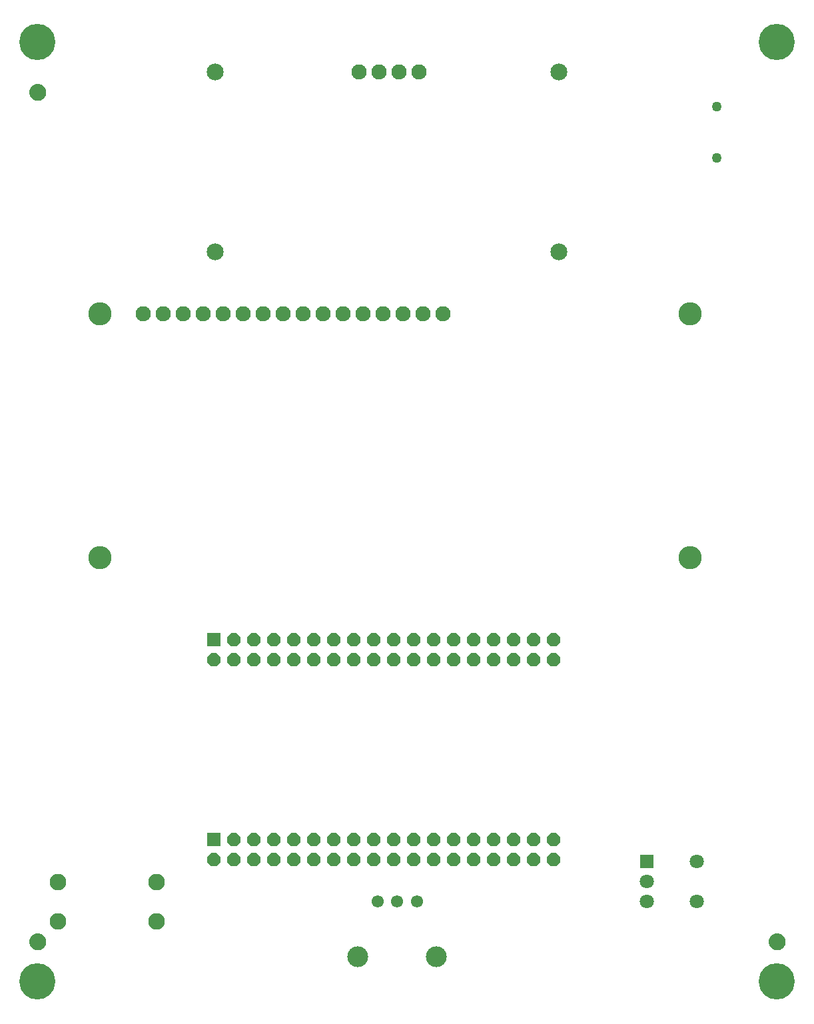
<source format=gbr>
G04 EAGLE Gerber RS-274X export*
G75*
%MOMM*%
%FSLAX34Y34*%
%LPD*%
%INSoldermask Bottom*%
%IPPOS*%
%AMOC8*
5,1,8,0,0,1.08239X$1,22.5*%
G01*
%ADD10C,2.152400*%
%ADD11C,1.930400*%
%ADD12C,1.803400*%
%ADD13R,1.803400X1.803400*%
%ADD14C,1.272400*%
%ADD15C,1.552400*%
%ADD16C,2.652400*%
%ADD17C,2.112400*%
%ADD18R,1.676400X1.676400*%
%ADD19P,1.814519X8X22.500000*%
%ADD20C,2.952400*%
%ADD21C,0.609600*%
%ADD22C,1.168400*%
%ADD23C,4.597400*%


D10*
X264160Y965200D03*
X701040Y965200D03*
X264160Y1193800D03*
X701040Y1193800D03*
D11*
X523240Y1193800D03*
X497840Y1193800D03*
X472440Y1193800D03*
X447040Y1193800D03*
D12*
X876300Y190500D03*
X876300Y139700D03*
D13*
X812800Y190500D03*
D12*
X812800Y165100D03*
X812800Y139700D03*
D14*
X901700Y1150100D03*
X901700Y1085100D03*
D15*
X520300Y139700D03*
X495300Y139700D03*
X470300Y139700D03*
D16*
X545300Y69700D03*
X445300Y69700D03*
D17*
X189500Y164700D03*
X189500Y114700D03*
X64500Y114700D03*
X64500Y164700D03*
D18*
X262300Y472700D03*
D19*
X262300Y447300D03*
X287700Y472700D03*
X287700Y447300D03*
X313100Y472700D03*
X313100Y447300D03*
X338500Y472700D03*
X338500Y447300D03*
X363900Y472700D03*
X363900Y447300D03*
X389300Y472700D03*
X389300Y447300D03*
X414700Y472700D03*
X414700Y447300D03*
X440100Y472700D03*
X440100Y447300D03*
X465500Y472700D03*
X465500Y447300D03*
X490900Y472700D03*
X490900Y447300D03*
X516300Y472700D03*
X516300Y447300D03*
X541700Y472700D03*
X541700Y447300D03*
X567100Y472700D03*
X567100Y447300D03*
X592500Y472700D03*
X592500Y447300D03*
X617900Y472700D03*
X617900Y447300D03*
X643300Y472700D03*
X643300Y447300D03*
X668700Y472700D03*
X668700Y447300D03*
X694100Y472700D03*
X694100Y447300D03*
D18*
X262300Y218700D03*
D19*
X262300Y193300D03*
X287700Y218700D03*
X287700Y193300D03*
X313100Y218700D03*
X313100Y193300D03*
X338500Y218700D03*
X338500Y193300D03*
X363900Y218700D03*
X363900Y193300D03*
X389300Y218700D03*
X389300Y193300D03*
X414700Y218700D03*
X414700Y193300D03*
X440100Y218700D03*
X440100Y193300D03*
X465500Y218700D03*
X465500Y193300D03*
X490900Y218700D03*
X490900Y193300D03*
X516300Y218700D03*
X516300Y193300D03*
X541700Y218700D03*
X541700Y193300D03*
X567100Y218700D03*
X567100Y193300D03*
X592500Y218700D03*
X592500Y193300D03*
X617900Y218700D03*
X617900Y193300D03*
X643300Y218700D03*
X643300Y193300D03*
X668700Y218700D03*
X668700Y193300D03*
X694100Y218700D03*
X694100Y193300D03*
D11*
X172760Y886520D03*
X198160Y886520D03*
X223560Y886520D03*
X248960Y886520D03*
X274360Y886520D03*
X299760Y886520D03*
X325160Y886520D03*
X350560Y886520D03*
X375960Y886520D03*
X401360Y886520D03*
X426760Y886520D03*
X452160Y886520D03*
X477560Y886520D03*
X502960Y886520D03*
X528360Y886520D03*
X553760Y886520D03*
D20*
X117760Y576520D03*
X117760Y886520D03*
X867760Y886520D03*
X867760Y576520D03*
D21*
X970280Y88900D02*
X970282Y89087D01*
X970289Y89274D01*
X970301Y89461D01*
X970317Y89647D01*
X970337Y89833D01*
X970362Y90018D01*
X970392Y90203D01*
X970426Y90387D01*
X970465Y90570D01*
X970508Y90752D01*
X970556Y90932D01*
X970608Y91112D01*
X970665Y91290D01*
X970725Y91467D01*
X970791Y91642D01*
X970860Y91816D01*
X970934Y91988D01*
X971012Y92158D01*
X971094Y92326D01*
X971180Y92492D01*
X971270Y92656D01*
X971364Y92817D01*
X971462Y92977D01*
X971564Y93133D01*
X971670Y93288D01*
X971780Y93439D01*
X971893Y93588D01*
X972010Y93734D01*
X972130Y93877D01*
X972254Y94017D01*
X972381Y94154D01*
X972512Y94288D01*
X972646Y94419D01*
X972783Y94546D01*
X972923Y94670D01*
X973066Y94790D01*
X973212Y94907D01*
X973361Y95020D01*
X973512Y95130D01*
X973667Y95236D01*
X973823Y95338D01*
X973983Y95436D01*
X974144Y95530D01*
X974308Y95620D01*
X974474Y95706D01*
X974642Y95788D01*
X974812Y95866D01*
X974984Y95940D01*
X975158Y96009D01*
X975333Y96075D01*
X975510Y96135D01*
X975688Y96192D01*
X975868Y96244D01*
X976048Y96292D01*
X976230Y96335D01*
X976413Y96374D01*
X976597Y96408D01*
X976782Y96438D01*
X976967Y96463D01*
X977153Y96483D01*
X977339Y96499D01*
X977526Y96511D01*
X977713Y96518D01*
X977900Y96520D01*
X978087Y96518D01*
X978274Y96511D01*
X978461Y96499D01*
X978647Y96483D01*
X978833Y96463D01*
X979018Y96438D01*
X979203Y96408D01*
X979387Y96374D01*
X979570Y96335D01*
X979752Y96292D01*
X979932Y96244D01*
X980112Y96192D01*
X980290Y96135D01*
X980467Y96075D01*
X980642Y96009D01*
X980816Y95940D01*
X980988Y95866D01*
X981158Y95788D01*
X981326Y95706D01*
X981492Y95620D01*
X981656Y95530D01*
X981817Y95436D01*
X981977Y95338D01*
X982133Y95236D01*
X982288Y95130D01*
X982439Y95020D01*
X982588Y94907D01*
X982734Y94790D01*
X982877Y94670D01*
X983017Y94546D01*
X983154Y94419D01*
X983288Y94288D01*
X983419Y94154D01*
X983546Y94017D01*
X983670Y93877D01*
X983790Y93734D01*
X983907Y93588D01*
X984020Y93439D01*
X984130Y93288D01*
X984236Y93133D01*
X984338Y92977D01*
X984436Y92817D01*
X984530Y92656D01*
X984620Y92492D01*
X984706Y92326D01*
X984788Y92158D01*
X984866Y91988D01*
X984940Y91816D01*
X985009Y91642D01*
X985075Y91467D01*
X985135Y91290D01*
X985192Y91112D01*
X985244Y90932D01*
X985292Y90752D01*
X985335Y90570D01*
X985374Y90387D01*
X985408Y90203D01*
X985438Y90018D01*
X985463Y89833D01*
X985483Y89647D01*
X985499Y89461D01*
X985511Y89274D01*
X985518Y89087D01*
X985520Y88900D01*
X985518Y88713D01*
X985511Y88526D01*
X985499Y88339D01*
X985483Y88153D01*
X985463Y87967D01*
X985438Y87782D01*
X985408Y87597D01*
X985374Y87413D01*
X985335Y87230D01*
X985292Y87048D01*
X985244Y86868D01*
X985192Y86688D01*
X985135Y86510D01*
X985075Y86333D01*
X985009Y86158D01*
X984940Y85984D01*
X984866Y85812D01*
X984788Y85642D01*
X984706Y85474D01*
X984620Y85308D01*
X984530Y85144D01*
X984436Y84983D01*
X984338Y84823D01*
X984236Y84667D01*
X984130Y84512D01*
X984020Y84361D01*
X983907Y84212D01*
X983790Y84066D01*
X983670Y83923D01*
X983546Y83783D01*
X983419Y83646D01*
X983288Y83512D01*
X983154Y83381D01*
X983017Y83254D01*
X982877Y83130D01*
X982734Y83010D01*
X982588Y82893D01*
X982439Y82780D01*
X982288Y82670D01*
X982133Y82564D01*
X981977Y82462D01*
X981817Y82364D01*
X981656Y82270D01*
X981492Y82180D01*
X981326Y82094D01*
X981158Y82012D01*
X980988Y81934D01*
X980816Y81860D01*
X980642Y81791D01*
X980467Y81725D01*
X980290Y81665D01*
X980112Y81608D01*
X979932Y81556D01*
X979752Y81508D01*
X979570Y81465D01*
X979387Y81426D01*
X979203Y81392D01*
X979018Y81362D01*
X978833Y81337D01*
X978647Y81317D01*
X978461Y81301D01*
X978274Y81289D01*
X978087Y81282D01*
X977900Y81280D01*
X977713Y81282D01*
X977526Y81289D01*
X977339Y81301D01*
X977153Y81317D01*
X976967Y81337D01*
X976782Y81362D01*
X976597Y81392D01*
X976413Y81426D01*
X976230Y81465D01*
X976048Y81508D01*
X975868Y81556D01*
X975688Y81608D01*
X975510Y81665D01*
X975333Y81725D01*
X975158Y81791D01*
X974984Y81860D01*
X974812Y81934D01*
X974642Y82012D01*
X974474Y82094D01*
X974308Y82180D01*
X974144Y82270D01*
X973983Y82364D01*
X973823Y82462D01*
X973667Y82564D01*
X973512Y82670D01*
X973361Y82780D01*
X973212Y82893D01*
X973066Y83010D01*
X972923Y83130D01*
X972783Y83254D01*
X972646Y83381D01*
X972512Y83512D01*
X972381Y83646D01*
X972254Y83783D01*
X972130Y83923D01*
X972010Y84066D01*
X971893Y84212D01*
X971780Y84361D01*
X971670Y84512D01*
X971564Y84667D01*
X971462Y84823D01*
X971364Y84983D01*
X971270Y85144D01*
X971180Y85308D01*
X971094Y85474D01*
X971012Y85642D01*
X970934Y85812D01*
X970860Y85984D01*
X970791Y86158D01*
X970725Y86333D01*
X970665Y86510D01*
X970608Y86688D01*
X970556Y86868D01*
X970508Y87048D01*
X970465Y87230D01*
X970426Y87413D01*
X970392Y87597D01*
X970362Y87782D01*
X970337Y87967D01*
X970317Y88153D01*
X970301Y88339D01*
X970289Y88526D01*
X970282Y88713D01*
X970280Y88900D01*
D22*
X977900Y88900D03*
D21*
X30480Y1168400D02*
X30482Y1168587D01*
X30489Y1168774D01*
X30501Y1168961D01*
X30517Y1169147D01*
X30537Y1169333D01*
X30562Y1169518D01*
X30592Y1169703D01*
X30626Y1169887D01*
X30665Y1170070D01*
X30708Y1170252D01*
X30756Y1170432D01*
X30808Y1170612D01*
X30865Y1170790D01*
X30925Y1170967D01*
X30991Y1171142D01*
X31060Y1171316D01*
X31134Y1171488D01*
X31212Y1171658D01*
X31294Y1171826D01*
X31380Y1171992D01*
X31470Y1172156D01*
X31564Y1172317D01*
X31662Y1172477D01*
X31764Y1172633D01*
X31870Y1172788D01*
X31980Y1172939D01*
X32093Y1173088D01*
X32210Y1173234D01*
X32330Y1173377D01*
X32454Y1173517D01*
X32581Y1173654D01*
X32712Y1173788D01*
X32846Y1173919D01*
X32983Y1174046D01*
X33123Y1174170D01*
X33266Y1174290D01*
X33412Y1174407D01*
X33561Y1174520D01*
X33712Y1174630D01*
X33867Y1174736D01*
X34023Y1174838D01*
X34183Y1174936D01*
X34344Y1175030D01*
X34508Y1175120D01*
X34674Y1175206D01*
X34842Y1175288D01*
X35012Y1175366D01*
X35184Y1175440D01*
X35358Y1175509D01*
X35533Y1175575D01*
X35710Y1175635D01*
X35888Y1175692D01*
X36068Y1175744D01*
X36248Y1175792D01*
X36430Y1175835D01*
X36613Y1175874D01*
X36797Y1175908D01*
X36982Y1175938D01*
X37167Y1175963D01*
X37353Y1175983D01*
X37539Y1175999D01*
X37726Y1176011D01*
X37913Y1176018D01*
X38100Y1176020D01*
X38287Y1176018D01*
X38474Y1176011D01*
X38661Y1175999D01*
X38847Y1175983D01*
X39033Y1175963D01*
X39218Y1175938D01*
X39403Y1175908D01*
X39587Y1175874D01*
X39770Y1175835D01*
X39952Y1175792D01*
X40132Y1175744D01*
X40312Y1175692D01*
X40490Y1175635D01*
X40667Y1175575D01*
X40842Y1175509D01*
X41016Y1175440D01*
X41188Y1175366D01*
X41358Y1175288D01*
X41526Y1175206D01*
X41692Y1175120D01*
X41856Y1175030D01*
X42017Y1174936D01*
X42177Y1174838D01*
X42333Y1174736D01*
X42488Y1174630D01*
X42639Y1174520D01*
X42788Y1174407D01*
X42934Y1174290D01*
X43077Y1174170D01*
X43217Y1174046D01*
X43354Y1173919D01*
X43488Y1173788D01*
X43619Y1173654D01*
X43746Y1173517D01*
X43870Y1173377D01*
X43990Y1173234D01*
X44107Y1173088D01*
X44220Y1172939D01*
X44330Y1172788D01*
X44436Y1172633D01*
X44538Y1172477D01*
X44636Y1172317D01*
X44730Y1172156D01*
X44820Y1171992D01*
X44906Y1171826D01*
X44988Y1171658D01*
X45066Y1171488D01*
X45140Y1171316D01*
X45209Y1171142D01*
X45275Y1170967D01*
X45335Y1170790D01*
X45392Y1170612D01*
X45444Y1170432D01*
X45492Y1170252D01*
X45535Y1170070D01*
X45574Y1169887D01*
X45608Y1169703D01*
X45638Y1169518D01*
X45663Y1169333D01*
X45683Y1169147D01*
X45699Y1168961D01*
X45711Y1168774D01*
X45718Y1168587D01*
X45720Y1168400D01*
X45718Y1168213D01*
X45711Y1168026D01*
X45699Y1167839D01*
X45683Y1167653D01*
X45663Y1167467D01*
X45638Y1167282D01*
X45608Y1167097D01*
X45574Y1166913D01*
X45535Y1166730D01*
X45492Y1166548D01*
X45444Y1166368D01*
X45392Y1166188D01*
X45335Y1166010D01*
X45275Y1165833D01*
X45209Y1165658D01*
X45140Y1165484D01*
X45066Y1165312D01*
X44988Y1165142D01*
X44906Y1164974D01*
X44820Y1164808D01*
X44730Y1164644D01*
X44636Y1164483D01*
X44538Y1164323D01*
X44436Y1164167D01*
X44330Y1164012D01*
X44220Y1163861D01*
X44107Y1163712D01*
X43990Y1163566D01*
X43870Y1163423D01*
X43746Y1163283D01*
X43619Y1163146D01*
X43488Y1163012D01*
X43354Y1162881D01*
X43217Y1162754D01*
X43077Y1162630D01*
X42934Y1162510D01*
X42788Y1162393D01*
X42639Y1162280D01*
X42488Y1162170D01*
X42333Y1162064D01*
X42177Y1161962D01*
X42017Y1161864D01*
X41856Y1161770D01*
X41692Y1161680D01*
X41526Y1161594D01*
X41358Y1161512D01*
X41188Y1161434D01*
X41016Y1161360D01*
X40842Y1161291D01*
X40667Y1161225D01*
X40490Y1161165D01*
X40312Y1161108D01*
X40132Y1161056D01*
X39952Y1161008D01*
X39770Y1160965D01*
X39587Y1160926D01*
X39403Y1160892D01*
X39218Y1160862D01*
X39033Y1160837D01*
X38847Y1160817D01*
X38661Y1160801D01*
X38474Y1160789D01*
X38287Y1160782D01*
X38100Y1160780D01*
X37913Y1160782D01*
X37726Y1160789D01*
X37539Y1160801D01*
X37353Y1160817D01*
X37167Y1160837D01*
X36982Y1160862D01*
X36797Y1160892D01*
X36613Y1160926D01*
X36430Y1160965D01*
X36248Y1161008D01*
X36068Y1161056D01*
X35888Y1161108D01*
X35710Y1161165D01*
X35533Y1161225D01*
X35358Y1161291D01*
X35184Y1161360D01*
X35012Y1161434D01*
X34842Y1161512D01*
X34674Y1161594D01*
X34508Y1161680D01*
X34344Y1161770D01*
X34183Y1161864D01*
X34023Y1161962D01*
X33867Y1162064D01*
X33712Y1162170D01*
X33561Y1162280D01*
X33412Y1162393D01*
X33266Y1162510D01*
X33123Y1162630D01*
X32983Y1162754D01*
X32846Y1162881D01*
X32712Y1163012D01*
X32581Y1163146D01*
X32454Y1163283D01*
X32330Y1163423D01*
X32210Y1163566D01*
X32093Y1163712D01*
X31980Y1163861D01*
X31870Y1164012D01*
X31764Y1164167D01*
X31662Y1164323D01*
X31564Y1164483D01*
X31470Y1164644D01*
X31380Y1164808D01*
X31294Y1164974D01*
X31212Y1165142D01*
X31134Y1165312D01*
X31060Y1165484D01*
X30991Y1165658D01*
X30925Y1165833D01*
X30865Y1166010D01*
X30808Y1166188D01*
X30756Y1166368D01*
X30708Y1166548D01*
X30665Y1166730D01*
X30626Y1166913D01*
X30592Y1167097D01*
X30562Y1167282D01*
X30537Y1167467D01*
X30517Y1167653D01*
X30501Y1167839D01*
X30489Y1168026D01*
X30482Y1168213D01*
X30480Y1168400D01*
D22*
X38100Y1168400D03*
D21*
X30480Y88900D02*
X30482Y89087D01*
X30489Y89274D01*
X30501Y89461D01*
X30517Y89647D01*
X30537Y89833D01*
X30562Y90018D01*
X30592Y90203D01*
X30626Y90387D01*
X30665Y90570D01*
X30708Y90752D01*
X30756Y90932D01*
X30808Y91112D01*
X30865Y91290D01*
X30925Y91467D01*
X30991Y91642D01*
X31060Y91816D01*
X31134Y91988D01*
X31212Y92158D01*
X31294Y92326D01*
X31380Y92492D01*
X31470Y92656D01*
X31564Y92817D01*
X31662Y92977D01*
X31764Y93133D01*
X31870Y93288D01*
X31980Y93439D01*
X32093Y93588D01*
X32210Y93734D01*
X32330Y93877D01*
X32454Y94017D01*
X32581Y94154D01*
X32712Y94288D01*
X32846Y94419D01*
X32983Y94546D01*
X33123Y94670D01*
X33266Y94790D01*
X33412Y94907D01*
X33561Y95020D01*
X33712Y95130D01*
X33867Y95236D01*
X34023Y95338D01*
X34183Y95436D01*
X34344Y95530D01*
X34508Y95620D01*
X34674Y95706D01*
X34842Y95788D01*
X35012Y95866D01*
X35184Y95940D01*
X35358Y96009D01*
X35533Y96075D01*
X35710Y96135D01*
X35888Y96192D01*
X36068Y96244D01*
X36248Y96292D01*
X36430Y96335D01*
X36613Y96374D01*
X36797Y96408D01*
X36982Y96438D01*
X37167Y96463D01*
X37353Y96483D01*
X37539Y96499D01*
X37726Y96511D01*
X37913Y96518D01*
X38100Y96520D01*
X38287Y96518D01*
X38474Y96511D01*
X38661Y96499D01*
X38847Y96483D01*
X39033Y96463D01*
X39218Y96438D01*
X39403Y96408D01*
X39587Y96374D01*
X39770Y96335D01*
X39952Y96292D01*
X40132Y96244D01*
X40312Y96192D01*
X40490Y96135D01*
X40667Y96075D01*
X40842Y96009D01*
X41016Y95940D01*
X41188Y95866D01*
X41358Y95788D01*
X41526Y95706D01*
X41692Y95620D01*
X41856Y95530D01*
X42017Y95436D01*
X42177Y95338D01*
X42333Y95236D01*
X42488Y95130D01*
X42639Y95020D01*
X42788Y94907D01*
X42934Y94790D01*
X43077Y94670D01*
X43217Y94546D01*
X43354Y94419D01*
X43488Y94288D01*
X43619Y94154D01*
X43746Y94017D01*
X43870Y93877D01*
X43990Y93734D01*
X44107Y93588D01*
X44220Y93439D01*
X44330Y93288D01*
X44436Y93133D01*
X44538Y92977D01*
X44636Y92817D01*
X44730Y92656D01*
X44820Y92492D01*
X44906Y92326D01*
X44988Y92158D01*
X45066Y91988D01*
X45140Y91816D01*
X45209Y91642D01*
X45275Y91467D01*
X45335Y91290D01*
X45392Y91112D01*
X45444Y90932D01*
X45492Y90752D01*
X45535Y90570D01*
X45574Y90387D01*
X45608Y90203D01*
X45638Y90018D01*
X45663Y89833D01*
X45683Y89647D01*
X45699Y89461D01*
X45711Y89274D01*
X45718Y89087D01*
X45720Y88900D01*
X45718Y88713D01*
X45711Y88526D01*
X45699Y88339D01*
X45683Y88153D01*
X45663Y87967D01*
X45638Y87782D01*
X45608Y87597D01*
X45574Y87413D01*
X45535Y87230D01*
X45492Y87048D01*
X45444Y86868D01*
X45392Y86688D01*
X45335Y86510D01*
X45275Y86333D01*
X45209Y86158D01*
X45140Y85984D01*
X45066Y85812D01*
X44988Y85642D01*
X44906Y85474D01*
X44820Y85308D01*
X44730Y85144D01*
X44636Y84983D01*
X44538Y84823D01*
X44436Y84667D01*
X44330Y84512D01*
X44220Y84361D01*
X44107Y84212D01*
X43990Y84066D01*
X43870Y83923D01*
X43746Y83783D01*
X43619Y83646D01*
X43488Y83512D01*
X43354Y83381D01*
X43217Y83254D01*
X43077Y83130D01*
X42934Y83010D01*
X42788Y82893D01*
X42639Y82780D01*
X42488Y82670D01*
X42333Y82564D01*
X42177Y82462D01*
X42017Y82364D01*
X41856Y82270D01*
X41692Y82180D01*
X41526Y82094D01*
X41358Y82012D01*
X41188Y81934D01*
X41016Y81860D01*
X40842Y81791D01*
X40667Y81725D01*
X40490Y81665D01*
X40312Y81608D01*
X40132Y81556D01*
X39952Y81508D01*
X39770Y81465D01*
X39587Y81426D01*
X39403Y81392D01*
X39218Y81362D01*
X39033Y81337D01*
X38847Y81317D01*
X38661Y81301D01*
X38474Y81289D01*
X38287Y81282D01*
X38100Y81280D01*
X37913Y81282D01*
X37726Y81289D01*
X37539Y81301D01*
X37353Y81317D01*
X37167Y81337D01*
X36982Y81362D01*
X36797Y81392D01*
X36613Y81426D01*
X36430Y81465D01*
X36248Y81508D01*
X36068Y81556D01*
X35888Y81608D01*
X35710Y81665D01*
X35533Y81725D01*
X35358Y81791D01*
X35184Y81860D01*
X35012Y81934D01*
X34842Y82012D01*
X34674Y82094D01*
X34508Y82180D01*
X34344Y82270D01*
X34183Y82364D01*
X34023Y82462D01*
X33867Y82564D01*
X33712Y82670D01*
X33561Y82780D01*
X33412Y82893D01*
X33266Y83010D01*
X33123Y83130D01*
X32983Y83254D01*
X32846Y83381D01*
X32712Y83512D01*
X32581Y83646D01*
X32454Y83783D01*
X32330Y83923D01*
X32210Y84066D01*
X32093Y84212D01*
X31980Y84361D01*
X31870Y84512D01*
X31764Y84667D01*
X31662Y84823D01*
X31564Y84983D01*
X31470Y85144D01*
X31380Y85308D01*
X31294Y85474D01*
X31212Y85642D01*
X31134Y85812D01*
X31060Y85984D01*
X30991Y86158D01*
X30925Y86333D01*
X30865Y86510D01*
X30808Y86688D01*
X30756Y86868D01*
X30708Y87048D01*
X30665Y87230D01*
X30626Y87413D01*
X30592Y87597D01*
X30562Y87782D01*
X30537Y87967D01*
X30517Y88153D01*
X30501Y88339D01*
X30489Y88526D01*
X30482Y88713D01*
X30480Y88900D01*
D22*
X38100Y88900D03*
D23*
X38100Y38100D03*
X38100Y1231900D03*
X977900Y1231900D03*
X977900Y38100D03*
M02*

</source>
